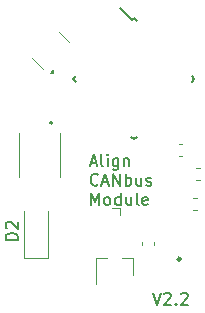
<source format=gbr>
G04 #@! TF.GenerationSoftware,KiCad,Pcbnew,(5.1.6)-1*
G04 #@! TF.CreationDate,2020-12-13T19:15:47+01:00*
G04 #@! TF.ProjectId,ACM-pcb,41434d2d-7063-4622-9e6b-696361645f70,rev?*
G04 #@! TF.SameCoordinates,Original*
G04 #@! TF.FileFunction,Legend,Top*
G04 #@! TF.FilePolarity,Positive*
%FSLAX46Y46*%
G04 Gerber Fmt 4.6, Leading zero omitted, Abs format (unit mm)*
G04 Created by KiCad (PCBNEW (5.1.6)-1) date 2020-12-13 19:15:47*
%MOMM*%
%LPD*%
G01*
G04 APERTURE LIST*
%ADD10C,0.150000*%
%ADD11C,0.120000*%
%ADD12C,0.200000*%
%ADD13C,0.100000*%
%ADD14C,0.254000*%
G04 APERTURE END LIST*
D10*
X75666790Y-90562180D02*
X76000123Y-91562180D01*
X76333457Y-90562180D01*
X76619171Y-90657419D02*
X76666790Y-90609800D01*
X76762028Y-90562180D01*
X77000123Y-90562180D01*
X77095361Y-90609800D01*
X77142980Y-90657419D01*
X77190600Y-90752657D01*
X77190600Y-90847895D01*
X77142980Y-90990752D01*
X76571552Y-91562180D01*
X77190600Y-91562180D01*
X77619171Y-91466942D02*
X77666790Y-91514561D01*
X77619171Y-91562180D01*
X77571552Y-91514561D01*
X77619171Y-91466942D01*
X77619171Y-91562180D01*
X78047742Y-90657419D02*
X78095361Y-90609800D01*
X78190600Y-90562180D01*
X78428695Y-90562180D01*
X78523933Y-90609800D01*
X78571552Y-90657419D01*
X78619171Y-90752657D01*
X78619171Y-90847895D01*
X78571552Y-90990752D01*
X78000123Y-91562180D01*
X78619171Y-91562180D01*
X70391976Y-79542666D02*
X70868166Y-79542666D01*
X70296738Y-79828380D02*
X70630071Y-78828380D01*
X70963404Y-79828380D01*
X71439595Y-79828380D02*
X71344357Y-79780761D01*
X71296738Y-79685523D01*
X71296738Y-78828380D01*
X71820547Y-79828380D02*
X71820547Y-79161714D01*
X71820547Y-78828380D02*
X71772928Y-78876000D01*
X71820547Y-78923619D01*
X71868166Y-78876000D01*
X71820547Y-78828380D01*
X71820547Y-78923619D01*
X72725309Y-79161714D02*
X72725309Y-79971238D01*
X72677690Y-80066476D01*
X72630071Y-80114095D01*
X72534833Y-80161714D01*
X72391976Y-80161714D01*
X72296738Y-80114095D01*
X72725309Y-79780761D02*
X72630071Y-79828380D01*
X72439595Y-79828380D01*
X72344357Y-79780761D01*
X72296738Y-79733142D01*
X72249119Y-79637904D01*
X72249119Y-79352190D01*
X72296738Y-79256952D01*
X72344357Y-79209333D01*
X72439595Y-79161714D01*
X72630071Y-79161714D01*
X72725309Y-79209333D01*
X73201500Y-79161714D02*
X73201500Y-79828380D01*
X73201500Y-79256952D02*
X73249119Y-79209333D01*
X73344357Y-79161714D01*
X73487214Y-79161714D01*
X73582452Y-79209333D01*
X73630071Y-79304571D01*
X73630071Y-79828380D01*
X71011023Y-81383142D02*
X70963404Y-81430761D01*
X70820547Y-81478380D01*
X70725309Y-81478380D01*
X70582452Y-81430761D01*
X70487214Y-81335523D01*
X70439595Y-81240285D01*
X70391976Y-81049809D01*
X70391976Y-80906952D01*
X70439595Y-80716476D01*
X70487214Y-80621238D01*
X70582452Y-80526000D01*
X70725309Y-80478380D01*
X70820547Y-80478380D01*
X70963404Y-80526000D01*
X71011023Y-80573619D01*
X71391976Y-81192666D02*
X71868166Y-81192666D01*
X71296738Y-81478380D02*
X71630071Y-80478380D01*
X71963404Y-81478380D01*
X72296738Y-81478380D02*
X72296738Y-80478380D01*
X72868166Y-81478380D01*
X72868166Y-80478380D01*
X73344357Y-81478380D02*
X73344357Y-80478380D01*
X73344357Y-80859333D02*
X73439595Y-80811714D01*
X73630071Y-80811714D01*
X73725309Y-80859333D01*
X73772928Y-80906952D01*
X73820547Y-81002190D01*
X73820547Y-81287904D01*
X73772928Y-81383142D01*
X73725309Y-81430761D01*
X73630071Y-81478380D01*
X73439595Y-81478380D01*
X73344357Y-81430761D01*
X74677690Y-80811714D02*
X74677690Y-81478380D01*
X74249119Y-80811714D02*
X74249119Y-81335523D01*
X74296738Y-81430761D01*
X74391976Y-81478380D01*
X74534833Y-81478380D01*
X74630071Y-81430761D01*
X74677690Y-81383142D01*
X75106261Y-81430761D02*
X75201500Y-81478380D01*
X75391976Y-81478380D01*
X75487214Y-81430761D01*
X75534833Y-81335523D01*
X75534833Y-81287904D01*
X75487214Y-81192666D01*
X75391976Y-81145047D01*
X75249119Y-81145047D01*
X75153880Y-81097428D01*
X75106261Y-81002190D01*
X75106261Y-80954571D01*
X75153880Y-80859333D01*
X75249119Y-80811714D01*
X75391976Y-80811714D01*
X75487214Y-80859333D01*
X70439595Y-83128380D02*
X70439595Y-82128380D01*
X70772928Y-82842666D01*
X71106261Y-82128380D01*
X71106261Y-83128380D01*
X71725309Y-83128380D02*
X71630071Y-83080761D01*
X71582452Y-83033142D01*
X71534833Y-82937904D01*
X71534833Y-82652190D01*
X71582452Y-82556952D01*
X71630071Y-82509333D01*
X71725309Y-82461714D01*
X71868166Y-82461714D01*
X71963404Y-82509333D01*
X72011023Y-82556952D01*
X72058642Y-82652190D01*
X72058642Y-82937904D01*
X72011023Y-83033142D01*
X71963404Y-83080761D01*
X71868166Y-83128380D01*
X71725309Y-83128380D01*
X72915785Y-83128380D02*
X72915785Y-82128380D01*
X72915785Y-83080761D02*
X72820547Y-83128380D01*
X72630071Y-83128380D01*
X72534833Y-83080761D01*
X72487214Y-83033142D01*
X72439595Y-82937904D01*
X72439595Y-82652190D01*
X72487214Y-82556952D01*
X72534833Y-82509333D01*
X72630071Y-82461714D01*
X72820547Y-82461714D01*
X72915785Y-82509333D01*
X73820547Y-82461714D02*
X73820547Y-83128380D01*
X73391976Y-82461714D02*
X73391976Y-82985523D01*
X73439595Y-83080761D01*
X73534833Y-83128380D01*
X73677690Y-83128380D01*
X73772928Y-83080761D01*
X73820547Y-83033142D01*
X74439595Y-83128380D02*
X74344357Y-83080761D01*
X74296738Y-82985523D01*
X74296738Y-82128380D01*
X75201500Y-83080761D02*
X75106261Y-83128380D01*
X74915785Y-83128380D01*
X74820547Y-83080761D01*
X74772928Y-82985523D01*
X74772928Y-82604571D01*
X74820547Y-82509333D01*
X74915785Y-82461714D01*
X75106261Y-82461714D01*
X75201500Y-82509333D01*
X75249119Y-82604571D01*
X75249119Y-82699809D01*
X74772928Y-82795047D01*
D11*
X64750000Y-87575000D02*
X66750000Y-87575000D01*
X66750000Y-87575000D02*
X66750000Y-83675000D01*
X64750000Y-87575000D02*
X64750000Y-83675000D01*
D12*
X66940000Y-76167000D02*
X66940000Y-76167000D01*
X67140000Y-76167000D02*
X67140000Y-76167000D01*
D13*
X64290000Y-77017000D02*
X64290000Y-80717000D01*
X67790000Y-77017000D02*
X67790000Y-80717000D01*
D12*
X67140000Y-76167000D02*
G75*
G03*
X66940000Y-76167000I-100000J0D01*
G01*
X66940000Y-76167000D02*
G75*
G03*
X67140000Y-76167000I100000J0D01*
G01*
D11*
X73970000Y-87632000D02*
X73970000Y-89092000D01*
X70810000Y-87632000D02*
X70810000Y-89792000D01*
X70810000Y-87632000D02*
X71740000Y-87632000D01*
X73970000Y-87632000D02*
X73040000Y-87632000D01*
X79085321Y-83517200D02*
X79410879Y-83517200D01*
X79085321Y-82497200D02*
X79410879Y-82497200D01*
X77837221Y-77990000D02*
X78162779Y-77990000D01*
X77837221Y-79010000D02*
X78162779Y-79010000D01*
D10*
X73884225Y-67478843D02*
X72876598Y-66471216D01*
X79169848Y-72446268D02*
X78940038Y-72216458D01*
X74043324Y-77572792D02*
X73813514Y-77342982D01*
X68916800Y-72446268D02*
X69146610Y-72676078D01*
X74043324Y-67319744D02*
X74273134Y-67549554D01*
X68916800Y-72446268D02*
X69146610Y-72216458D01*
X74043324Y-77572792D02*
X74273134Y-77342982D01*
X79169848Y-72446268D02*
X78940038Y-72676078D01*
X74043324Y-67319744D02*
X73884225Y-67478843D01*
D11*
X72230000Y-83350000D02*
X72865000Y-83350000D01*
X72865000Y-83350000D02*
X72865000Y-83985000D01*
D13*
X66326777Y-71622462D02*
X65407538Y-70703223D01*
X68589519Y-69359720D02*
X67670280Y-68440481D01*
D12*
X67069239Y-71940660D02*
X67069239Y-71940660D01*
X67210661Y-71799239D02*
X67210661Y-71799239D01*
X67069239Y-71940659D02*
G75*
G03*
X67210661Y-71799239I70711J70710D01*
G01*
X67210661Y-71799238D02*
G75*
G03*
X67069239Y-71940660I-70711J-70711D01*
G01*
D14*
X77999000Y-87695000D02*
G75*
G03*
X77999000Y-87695000I-125000J0D01*
G01*
D11*
X75770200Y-86548279D02*
X75770200Y-86222721D01*
X74750200Y-86548279D02*
X74750200Y-86222721D01*
X79610779Y-81004000D02*
X79285221Y-81004000D01*
X79610779Y-79984000D02*
X79285221Y-79984000D01*
D10*
X64202380Y-86063095D02*
X63202380Y-86063095D01*
X63202380Y-85825000D01*
X63250000Y-85682142D01*
X63345238Y-85586904D01*
X63440476Y-85539285D01*
X63630952Y-85491666D01*
X63773809Y-85491666D01*
X63964285Y-85539285D01*
X64059523Y-85586904D01*
X64154761Y-85682142D01*
X64202380Y-85825000D01*
X64202380Y-86063095D01*
X63297619Y-85110714D02*
X63250000Y-85063095D01*
X63202380Y-84967857D01*
X63202380Y-84729761D01*
X63250000Y-84634523D01*
X63297619Y-84586904D01*
X63392857Y-84539285D01*
X63488095Y-84539285D01*
X63630952Y-84586904D01*
X64202380Y-85158333D01*
X64202380Y-84539285D01*
M02*

</source>
